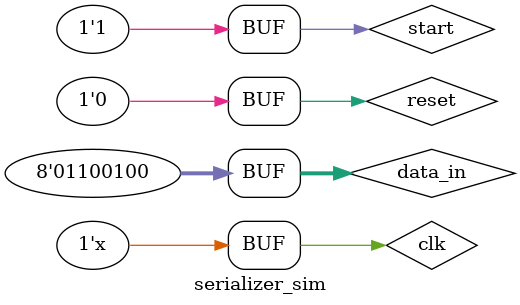
<source format=v>
`timescale 1ns / 1ps


module serializer_sim;

	// Inputs
	reg clk;
	reg [7:0] data_in;
	reg reset;
	reg start;

	// Outputs
	wire serial_data_out;
	wire done_transmit;

	// Instantiate the Unit Under Test (UUT)
	Serializer uut (
		.clk(clk), 
		.data_in(data_in), 
		.serial_data_out(serial_data_out), 
		.reset(reset), 
		.start(start), 
		.done_transmit(done_transmit)
	);

	always
    #100 clk = ~clk;
	 
	initial begin
		// Initialize Inputs
		clk = 1'b0;
		data_in = 8'b01100100;
		reset = 1'b1;
		start = 1'b0;

		#200 reset = 1'b0;
		start = 1'b1;
		 

	end
      
endmodule


</source>
